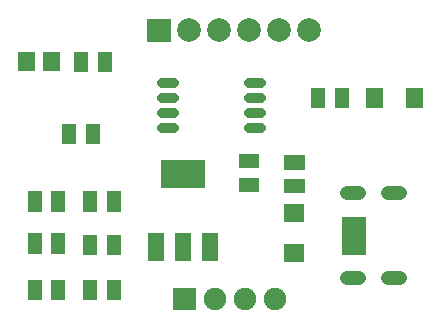
<source format=gts>
G04 Layer: TopSolderMaskLayer*
G04 EasyEDA v6.3.53, 2020-06-11T19:48:03+08:00*
G04 f0918c685c5a4818851a522c051890eb,45e1048b23574a55a66a4e5d38cdb7dd,10*
G04 Gerber Generator version 0.2*
G04 Scale: 100 percent, Rotated: No, Reflected: No *
G04 Dimensions in inches *
G04 leading zeros omitted , absolute positions ,2 integer and 4 decimal *
%FSLAX24Y24*%
%MOIN*%
G90*
G70D02*

%ADD30C,0.033591*%
%ADD31C,0.047370*%
%ADD34C,0.074929*%
%ADD40C,0.078866*%

%LPD*%
G54D30*
G01X8200Y6600D02*
G01X8613Y6600D01*
G01X8200Y7100D02*
G01X8613Y7100D01*
G01X8200Y7600D02*
G01X8613Y7600D01*
G01X8200Y8100D02*
G01X8613Y8100D01*
G01X5286Y6600D02*
G01X5699Y6600D01*
G01X5286Y7100D02*
G01X5699Y7100D01*
G01X5286Y7600D02*
G01X5699Y7600D01*
G01X5286Y8100D02*
G01X5699Y8100D01*
G54D31*
G01X12836Y4417D02*
G01X13229Y4417D01*
G01X12836Y1582D02*
G01X13229Y1582D01*
G01X11470Y4417D02*
G01X11863Y4417D01*
G01X11470Y1582D02*
G01X11863Y1582D01*
G36*
G01X1317Y8484D02*
G01X1317Y9115D01*
G01X1909Y9115D01*
G01X1909Y8484D01*
G01X1317Y8484D01*
G37*
G36*
G01X490Y8484D02*
G01X490Y9115D01*
G01X1082Y9115D01*
G01X1082Y8484D01*
G01X490Y8484D01*
G37*
G36*
G01X5675Y525D02*
G01X5675Y1275D01*
G01X6425Y1275D01*
G01X6425Y525D01*
G01X5675Y525D01*
G37*
G54D34*
G01X7050Y900D03*
G01X8050Y900D03*
G01X9050Y900D03*
G36*
G01X2757Y6055D02*
G01X2757Y6744D01*
G01X3230Y6744D01*
G01X3230Y6055D01*
G01X2757Y6055D01*
G37*
G36*
G01X1969Y6055D02*
G01X1969Y6744D01*
G01X2442Y6744D01*
G01X2442Y6055D01*
G01X1969Y6055D01*
G37*
G36*
G01X9380Y4419D02*
G01X9380Y4892D01*
G01X10069Y4892D01*
G01X10069Y4419D01*
G01X9380Y4419D01*
G37*
G36*
G01X9380Y5207D02*
G01X9380Y5680D01*
G01X10069Y5680D01*
G01X10069Y5207D01*
G01X9380Y5207D01*
G37*
G36*
G01X11056Y7255D02*
G01X11056Y7944D01*
G01X11531Y7944D01*
G01X11531Y7255D01*
G01X11056Y7255D01*
G37*
G36*
G01X10268Y7255D02*
G01X10268Y7944D01*
G01X10743Y7944D01*
G01X10743Y7255D01*
G01X10268Y7255D01*
G37*
G36*
G01X9364Y2134D02*
G01X9364Y2726D01*
G01X10035Y2726D01*
G01X10035Y2134D01*
G01X9364Y2134D01*
G37*
G36*
G01X9364Y3473D02*
G01X9364Y4065D01*
G01X10035Y4065D01*
G01X10035Y3473D01*
G01X9364Y3473D01*
G37*
G36*
G01X13422Y7265D02*
G01X13422Y7934D01*
G01X14014Y7934D01*
G01X14014Y7265D01*
G01X13422Y7265D01*
G37*
G36*
G01X12085Y7265D02*
G01X12085Y7934D01*
G01X12677Y7934D01*
G01X12677Y7265D01*
G01X12085Y7265D01*
G37*
G36*
G01X2669Y2355D02*
G01X2669Y3044D01*
G01X3142Y3044D01*
G01X3142Y2355D01*
G01X2669Y2355D01*
G37*
G36*
G01X3457Y2355D02*
G01X3457Y3044D01*
G01X3930Y3044D01*
G01X3930Y2355D01*
G01X3457Y2355D01*
G37*
G36*
G01X819Y3805D02*
G01X819Y4494D01*
G01X1292Y4494D01*
G01X1292Y3805D01*
G01X819Y3805D01*
G37*
G36*
G01X1607Y3805D02*
G01X1607Y4494D01*
G01X2080Y4494D01*
G01X2080Y3805D01*
G01X1607Y3805D01*
G37*
G36*
G01X2669Y855D02*
G01X2669Y1544D01*
G01X3142Y1544D01*
G01X3142Y855D01*
G01X2669Y855D01*
G37*
G36*
G01X3457Y855D02*
G01X3457Y1544D01*
G01X3930Y1544D01*
G01X3930Y855D01*
G01X3457Y855D01*
G37*
G36*
G01X2669Y3805D02*
G01X2669Y4494D01*
G01X3142Y4494D01*
G01X3142Y3805D01*
G01X2669Y3805D01*
G37*
G36*
G01X3457Y3805D02*
G01X3457Y4494D01*
G01X3930Y4494D01*
G01X3930Y3805D01*
G01X3457Y3805D01*
G37*
G36*
G01X819Y2405D02*
G01X819Y3094D01*
G01X1292Y3094D01*
G01X1292Y2405D01*
G01X819Y2405D01*
G37*
G36*
G01X1607Y2405D02*
G01X1607Y3094D01*
G01X2080Y3094D01*
G01X2080Y2405D01*
G01X1607Y2405D01*
G37*
G36*
G01X819Y855D02*
G01X819Y1544D01*
G01X1292Y1544D01*
G01X1292Y855D01*
G01X819Y855D01*
G37*
G36*
G01X1607Y855D02*
G01X1607Y1544D01*
G01X2080Y1544D01*
G01X2080Y855D01*
G01X1607Y855D01*
G37*
G36*
G01X4805Y9455D02*
G01X4805Y10244D01*
G01X5594Y10244D01*
G01X5594Y9455D01*
G01X4805Y9455D01*
G37*
G54D40*
G01X6200Y9850D03*
G01X7200Y9850D03*
G01X8200Y9850D03*
G01X9200Y9850D03*
G01X10200Y9850D03*
G36*
G01X11315Y3386D02*
G01X11315Y3636D01*
G01X12103Y3636D01*
G01X12103Y3386D01*
G01X11315Y3386D01*
G37*
G36*
G01X11315Y3130D02*
G01X11315Y3380D01*
G01X12103Y3380D01*
G01X12103Y3130D01*
G01X11315Y3130D01*
G37*
G36*
G01X11315Y2875D02*
G01X11315Y3125D01*
G01X12103Y3125D01*
G01X12103Y2875D01*
G01X11315Y2875D01*
G37*
G36*
G01X11315Y2619D02*
G01X11315Y2869D01*
G01X12103Y2869D01*
G01X12103Y2619D01*
G01X11315Y2619D01*
G37*
G36*
G01X11315Y2363D02*
G01X11315Y2613D01*
G01X12103Y2613D01*
G01X12103Y2363D01*
G01X11315Y2363D01*
G37*
G36*
G01X5271Y4596D02*
G01X5271Y5542D01*
G01X6728Y5542D01*
G01X6728Y4596D01*
G01X5271Y4596D01*
G37*
G36*
G01X6648Y2157D02*
G01X6648Y3103D01*
G01X7161Y3103D01*
G01X7161Y2157D01*
G01X6648Y2157D01*
G37*
G36*
G01X5742Y2157D02*
G01X5742Y3103D01*
G01X6256Y3103D01*
G01X6256Y2157D01*
G01X5742Y2157D01*
G37*
G36*
G01X4838Y2157D02*
G01X4838Y3103D01*
G01X5351Y3103D01*
G01X5351Y2157D01*
G01X4838Y2157D01*
G37*
G36*
G01X7855Y4469D02*
G01X7855Y4942D01*
G01X8544Y4942D01*
G01X8544Y4469D01*
G01X7855Y4469D01*
G37*
G36*
G01X7855Y5257D02*
G01X7855Y5730D01*
G01X8544Y5730D01*
G01X8544Y5257D01*
G01X7855Y5257D01*
G37*
G36*
G01X2369Y8455D02*
G01X2369Y9144D01*
G01X2842Y9144D01*
G01X2842Y8455D01*
G01X2369Y8455D01*
G37*
G36*
G01X3157Y8455D02*
G01X3157Y9144D01*
G01X3630Y9144D01*
G01X3630Y8455D01*
G01X3157Y8455D01*
G37*
M00*
M02*

</source>
